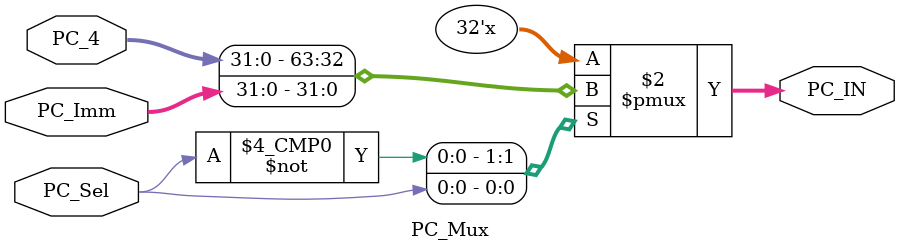
<source format=sv>
`timescale 1ns / 1ps


module PC_Mux(
    input logic PC_Sel,
    input logic [31:0] PC_4,
    input logic [31:0] PC_Imm,
    output logic [31:0] PC_IN
    );
    
    always_comb begin
        unique case(PC_Sel)
            1'b0 : PC_IN = PC_4;
            1'b1 : PC_IN = PC_Imm;
        endcase
    end
endmodule

</source>
